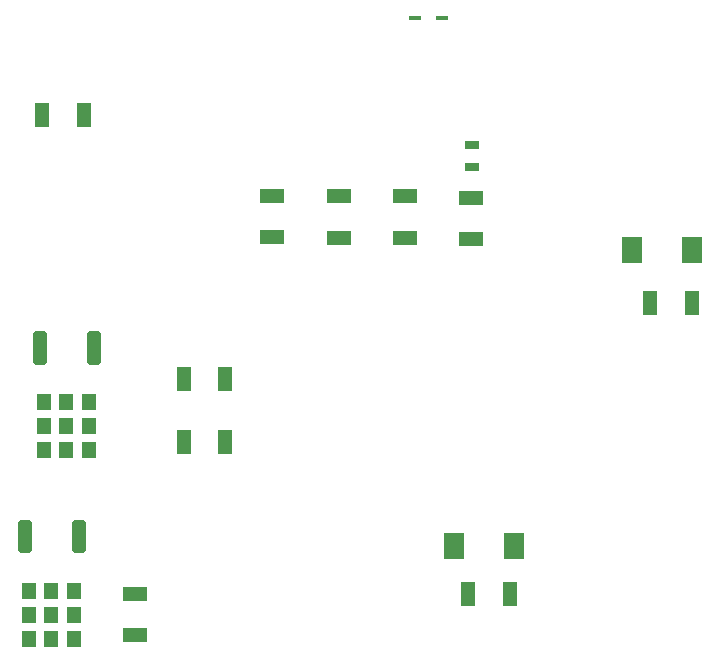
<source format=gtp>
G04 EAGLE Gerber RS-274X export*
G75*
%MOMM*%
%FSLAX34Y34*%
%LPD*%
%INSolderpaste Top*%
%IPPOS*%
%AMOC8*
5,1,8,0,0,1.08239X$1,22.5*%
G01*
%ADD10R,2.060000X1.270000*%
%ADD11R,1.270000X2.060000*%
%ADD12R,1.111200X0.400800*%
%ADD13R,1.800000X2.200000*%
%ADD14R,1.200000X0.800000*%
%ADD15R,1.306659X1.461313*%
%ADD16R,1.308359X1.460309*%
%ADD17R,1.303491X1.461222*%
%ADD18R,1.310141X1.460594*%
%ADD19R,1.308091X1.459431*%
%ADD20R,1.309559X1.459731*%
%ADD21R,1.310116X1.459241*%
%ADD22R,1.310319X1.464781*%
%ADD23R,1.309159X1.461191*%
%ADD24R,1.302450X1.465081*%
%ADD25C,0.610000*%


D10*
X306607Y438518D03*
X306607Y473618D03*
X250544Y439026D03*
X250544Y474126D03*
D11*
X175490Y319392D03*
X210590Y319392D03*
X175490Y266052D03*
X210590Y266052D03*
X90702Y542544D03*
X55602Y542544D03*
D12*
X371100Y624512D03*
X394100Y624512D03*
D13*
X455268Y177292D03*
X404268Y177292D03*
X606144Y428188D03*
X555144Y428188D03*
D14*
X419240Y499000D03*
X419240Y517000D03*
D15*
X76207Y279175D03*
D16*
X76202Y258884D03*
D17*
X76206Y258859D03*
D18*
X76203Y299493D03*
D19*
X57397Y258882D03*
D20*
X57399Y279190D03*
D21*
X57396Y299493D03*
D22*
X95024Y299494D03*
D23*
X95006Y279188D03*
D24*
X95025Y258854D03*
D25*
X96050Y356792D02*
X102150Y356792D01*
X102150Y334592D01*
X96050Y334592D01*
X96050Y356792D01*
X96050Y340387D02*
X102150Y340387D01*
X102150Y346182D02*
X96050Y346182D01*
X96050Y351977D02*
X102150Y351977D01*
X56350Y356792D02*
X50250Y356792D01*
X56350Y356792D02*
X56350Y334592D01*
X50250Y334592D01*
X50250Y356792D01*
X50250Y340387D02*
X56350Y340387D01*
X56350Y346182D02*
X50250Y346182D01*
X50250Y351977D02*
X56350Y351977D01*
D15*
X63507Y119663D03*
D16*
X63502Y99372D03*
D17*
X63506Y99347D03*
D18*
X63503Y139981D03*
D19*
X44697Y99370D03*
D20*
X44699Y119678D03*
D21*
X44696Y139981D03*
D22*
X82324Y139982D03*
D23*
X82306Y119676D03*
D24*
X82325Y99342D03*
D25*
X83350Y197280D02*
X89450Y197280D01*
X89450Y175080D01*
X83350Y175080D01*
X83350Y197280D01*
X83350Y180875D02*
X89450Y180875D01*
X89450Y186670D02*
X83350Y186670D01*
X83350Y192465D02*
X89450Y192465D01*
X43650Y197280D02*
X37550Y197280D01*
X43650Y197280D02*
X43650Y175080D01*
X37550Y175080D01*
X37550Y197280D01*
X37550Y180875D02*
X43650Y180875D01*
X43650Y186670D02*
X37550Y186670D01*
X37550Y192465D02*
X43650Y192465D01*
D10*
X418732Y472602D03*
X418732Y437502D03*
X362669Y473618D03*
X362669Y438518D03*
X134112Y137438D03*
X134112Y102338D03*
D11*
X451382Y136652D03*
X416282Y136652D03*
X605814Y383540D03*
X570714Y383540D03*
M02*

</source>
